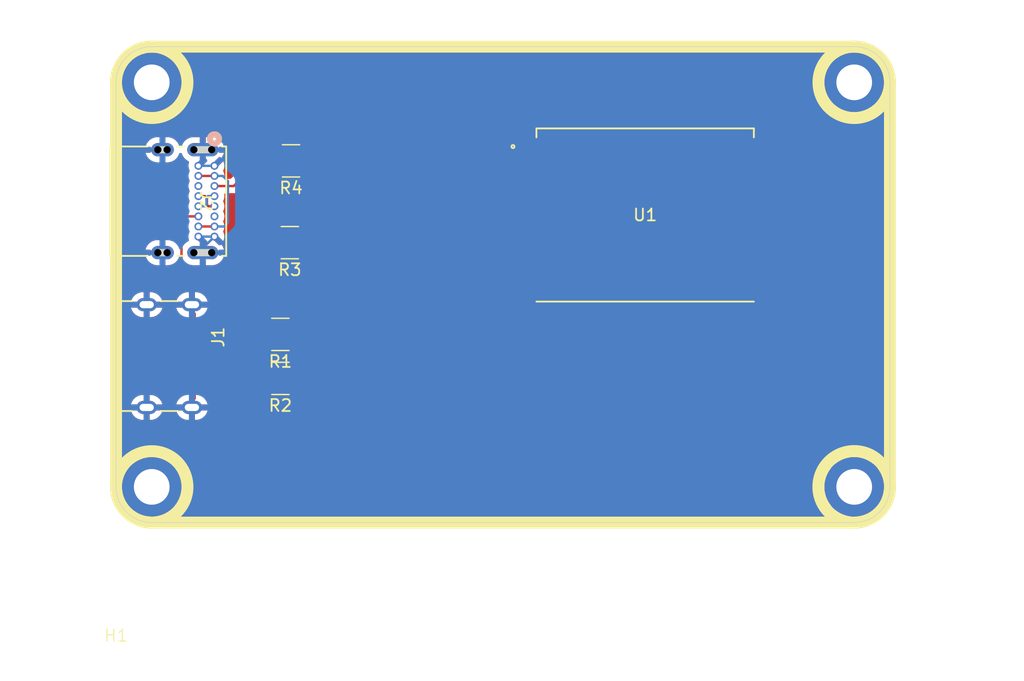
<source format=kicad_pcb>
(kicad_pcb (version 20240108) (generator "pcbnew") (generator_version "8.0")
  (layers (0 "F.Cu" signal) (31 "B.Cu" signal) (34 "B.Paste" user) (35 "F.Paste" user) (36 "B.SilkS" user "B.Silkscreen") (37 "F.SilkS" user "F.Silkscreen") (38 "B.Mask" user) (39 "F.Mask" user) (44 "Edge.Cuts" user))
  (net 0 "")
  (net 1 "VBUS")
  (net 19 "GND")
  (net 20 "+3V3")
  (net 21 "Net-(J1-CC1)")
  (net 22 "Net-(J1-CC2)")
  (net 23 "Net-(J2-CC2)")
  (net 24 "Net-(J2-CC1)")
  (net 25 "/Power Supply Unit/D-")
  (net 26 "/Power Supply Unit/D+")
  (net 27 "Net-(J2-VBUS-PadA4)")
  (footprint "Alexander Footprint Library:Board_65-40" (layer "F.Cu") (at 76.5 98.2)
    (property "Reference" "H1" (at 0 -0.5 0) (layer "F.SilkS") (effects (font (thickness 0.1))))
    (property "Value" "Project_Box_Board_65x40")
    (fp_line (start 0 -47) (end 0 -13) (stroke (width 1)) (layer "F.SilkS"))
    (fp_line (start 3 -50) (end 62 -50) (stroke (width 1)) (layer "F.SilkS"))
    (fp_line (start 3 -10) (end 62 -10) (stroke (width 1)) (layer "F.SilkS"))
    (fp_line (start 65 -47) (end 65 -13) (stroke (width 1)) (layer "F.SilkS"))
    (fp_arc (start 0 -47) (mid 0.87868 -49.12132) (end 3 -50) (stroke (width 1)) (layer "F.SilkS"))
    (fp_arc (start 3 -10) (mid 0.87868 -10.87868) (end 0 -13) (stroke (width 1)) (layer "F.SilkS"))
    (fp_arc (start 62 -50) (mid 64.12132 -49.12132) (end 65 -47) (stroke (width 1)) (layer "F.SilkS"))
    (fp_arc (start 65 -13) (mid 64.12132 -10.87868) (end 62 -10) (stroke (width 1)) (layer "F.SilkS"))
    (fp_circle (center 2.999999 -13) (end 6 -13) (stroke (width 1)) (fill none) (layer "F.SilkS"))
    (fp_circle (center 3 -47) (end 6 -47) (stroke (width 1)) (fill none) (layer "F.SilkS"))
    (fp_circle (center 62 -47) (end 62 -50) (stroke (width 0.1)) (fill none) (layer "F.SilkS"))
    (fp_circle (center 62 -47) (end 65 -47) (stroke (width 1)) (fill none) (layer "F.SilkS"))
    (fp_circle (center 62 -13) (end 62.25 -16) (stroke (width 0.1)) (fill none) (layer "F.SilkS"))
    (fp_circle (center 62 -13) (end 65.010398 -13) (stroke (width 1)) (fill none) (layer "F.SilkS"))
    (fp_line (start 0 -13) (end 0 -47) (stroke (width 0.05)) (layer "Edge.Cuts"))
    (fp_line (start 3 -50) (end 62 -50) (stroke (width 0.05)) (layer "Edge.Cuts"))
    (fp_line (start 62 -10) (end 3 -10) (stroke (width 0.05)) (layer "Edge.Cuts"))
    (fp_line (start 65 -47) (end 65 -13) (stroke (width 0.05)) (layer "Edge.Cuts"))
    (fp_arc (start 0 -47) (mid 0.87868 -49.12132) (end 3 -50) (stroke (width 0.05)) (layer "Edge.Cuts"))
    (fp_arc (start 3 -10) (mid 0.87868 -10.87868) (end 0 -13) (stroke (width 0.05)) (layer "Edge.Cuts"))
    (fp_arc (start 62 -50) (mid 64.12132 -49.12132) (end 65 -47) (stroke (width 0.05)) (layer "Edge.Cuts"))
    (fp_arc (start 65 -13) (mid 64.12132 -10.87868) (end 62 -10) (stroke (width 0.05)) (layer "Edge.Cuts"))
    (fp_circle (center 3 -47) (end 4 -48) (stroke (width 0.05)) (fill none) (layer "Edge.Cuts"))
    (fp_circle (center 3 -13) (end 4 -14) (stroke (width 0.05)) (fill none) (layer "Edge.Cuts"))
    (fp_circle (center 62 -47) (end 63 -48) (stroke (width 0.05)) (fill none) (layer "Edge.Cuts"))
    (fp_circle (center 62 -13) (end 63 -14) (stroke (width 0.05)) (fill none) (layer "Edge.Cuts"))
    (pad "1" thru_hole circle (at 3 -47) (size 5 5) (drill 3) (layers "*.Cu" "*.Mask") (net 19 "GND"))
    (pad "2" thru_hole circle (at 3 -13) (size 5 5) (drill 3) (layers "*.Cu" "*.Mask") (net 19 "GND"))
    (pad "3" thru_hole circle (at 62 -13) (size 5 5) (drill 3) (layers "*.Cu" "*.Mask") (net 19 "GND"))
    (pad "4" thru_hole circle (at 62 -47) (size 5 5) (drill 3) (layers "*.Cu" "*.Mask") (net 19 "GND"))
  )
  (footprint "Alexander Footprint Library:ESP32-C3-WROOM-02U_EXP" (layer "F.Cu") (at 120.94 62.35)
    (property "Reference" "U1" (at 0 0 0) (layer "F.SilkS"))
    (property "Value" "ESP32-C3-WROOM-02U-N4")
    (fp_line (start -9.1313 -7.2771) (end 9.1313 -7.2771) (stroke (width 0.1524)) (layer "F.SilkS"))
    (fp_line (start -9.1313 -6.527238) (end -9.1313 -7.2771) (stroke (width 0.1524)) (layer "F.SilkS"))
    (fp_line (start 9.1313 -7.2771) (end 9.1313 -6.527241) (stroke (width 0.1524)) (layer "F.SilkS"))
    (fp_line (start 9.1313 7.2771) (end -9.1313 7.2771) (stroke (width 0.1524)) (layer "F.SilkS"))
    (fp_circle (center -11.1002 -5.749999) (end -10.9732 -5.749999) (stroke (width 0.1524)) (fill none) (layer "F.SilkS"))
    (pad "1" smd rect (at -8.75 -5.749998) (size 1.4986 0.889) (layers "F.Cu" "F.Paste" "F.Mask") (net 20 "+3V3"))
    (pad "2" smd rect (at -8.75 -4.249999) (size 1.4986 0.889) (layers "F.Cu" "F.Paste" "F.Mask"))
    (pad "3" smd rect (at -8.75 -2.749999) (size 1.4986 0.889) (layers "F.Cu" "F.Paste" "F.Mask"))
    (pad "4" smd rect (at -8.75 -1.25) (size 1.4986 0.889) (layers "F.Cu" "F.Paste" "F.Mask"))
    (pad "5" smd rect (at -8.75 0.25) (size 1.4986 0.889) (layers "F.Cu" "F.Paste" "F.Mask"))
    (pad "6" smd rect (at -8.75 1.75) (size 1.4986 0.889) (layers "F.Cu" "F.Paste" "F.Mask"))
    (pad "7" smd rect (at -8.75 3.250002) (size 1.4986 0.889) (layers "F.Cu" "F.Paste" "F.Mask"))
    (pad "8" smd rect (at -8.75 4.750001) (size 1.4986 0.889) (layers "F.Cu" "F.Paste" "F.Mask"))
    (pad "9" smd rect (at -8.75 6.250001) (size 1.4986 0.889) (layers "F.Cu" "F.Paste" "F.Mask"))
    (pad "10" smd rect (at 8.75 6.249998) (size 1.4986 0.889) (layers "F.Cu" "F.Paste" "F.Mask"))
    (pad "11" smd rect (at 8.75 4.749999) (size 1.4986 0.889) (layers "F.Cu" "F.Paste" "F.Mask"))
    (pad "12" smd rect (at 8.75 3.249999) (size 1.4986 0.889) (layers "F.Cu" "F.Paste" "F.Mask"))
    (pad "13" smd rect (at 8.75 1.75) (size 1.4986 0.889) (layers "F.Cu" "F.Paste" "F.Mask"))
    (pad "14" smd rect (at 8.75 0.25) (size 1.4986 0.889) (layers "F.Cu" "F.Paste" "F.Mask"))
    (pad "15" smd rect (at 8.75 -1.25) (size 1.4986 0.889) (layers "F.Cu" "F.Paste" "F.Mask"))
    (pad "16" smd rect (at 8.75 -2.750002) (size 1.4986 0.889) (layers "F.Cu" "F.Paste" "F.Mask"))
    (pad "17" smd rect (at 8.75 -4.250001) (size 1.4986 0.889) (layers "F.Cu" "F.Paste" "F.Mask"))
    (pad "18" smd rect (at 8.75 -5.750001) (size 1.4986 0.889) (layers "F.Cu" "F.Paste" "F.Mask"))
    (pad "19" smd rect (at 0.96 0.45) (size 0.7112 0.7112) (layers "F.Cu" "F.Paste" "F.Mask") (net 19 "GND"))
    (pad "20" smd rect (at -0.14 -0.65) (size 0.7112 0.7112) (layers "F.Cu" "F.Paste" "F.Mask") (net 19 "GND"))
    (pad "21" smd rect (at -0.14 0.45) (size 0.7112 0.7112) (layers "F.Cu" "F.Paste" "F.Mask") (net 19 "GND"))
    (pad "22" smd rect (at -0.14 1.55) (size 0.7112 0.7112) (layers "F.Cu" "F.Paste" "F.Mask") (net 19 "GND"))
    (pad "23" smd rect (at 0.96 1.55) (size 0.7112 0.7112) (layers "F.Cu" "F.Paste" "F.Mask") (net 19 "GND"))
    (pad "24" smd rect (at 2.06 1.55) (size 0.7112 0.7112) (layers "F.Cu" "F.Paste" "F.Mask") (net 19 "GND"))
    (pad "25" smd rect (at 2.06 0.45) (size 0.7112 0.7112) (layers "F.Cu" "F.Paste" "F.Mask") (net 19 "GND"))
    (pad "26" smd rect (at 2.06 -0.65) (size 0.7112 0.7112) (layers "F.Cu" "F.Paste" "F.Mask") (net 19 "GND"))
    (pad "27" smd rect (at 0.96 -0.65) (size 0.7112 0.7112) (layers "F.Cu" "F.Paste" "F.Mask") (net 19 "GND"))
  )
  (footprint "Resistor_SMD:R_1210_3225Metric_Pad1.30x2.65mm_HandSolder" (layer "F.Cu") (at 90.305 72.385 180)
    (property "Reference" "R1" (at 0 -2.28 0) (layer "F.SilkS"))
    (property "Value" "R")
    (fp_line (start -0.723737 1.355) (end 0.723737 1.355) (stroke (width 0.12)) (layer "F.SilkS"))
    (fp_line (start -0.723737 -1.355) (end 0.723737 -1.355) (stroke (width 0.12)) (layer "F.SilkS"))
    (pad "1" smd roundrect (at -1.55 0 180) (size 1.3 2.65) (layers "F.Cu" "F.Paste" "F.Mask") (roundrect_rratio 0.192308) (net 19 "GND"))
    (pad "2" smd roundrect (at 1.55 0 180) (size 1.3 2.65) (layers "F.Cu" "F.Paste" "F.Mask") (roundrect_rratio 0.192308) (net 22 "Net-(J1-CC2)"))
  )
  (footprint "Alexander Footprint Library:USB-C MOLEX 2171750001" (layer "F.Cu") (at 76.475 74.205 -90)
    (property "Reference" "J1" (at -1.5875 -8.605 90) (layer "F.SilkS"))
    (property "Value" "USB-C_Receptacle_PowerOnly_6P_MOLEX-2171750001" (hide yes))
    (fp_line (start -4.62 -0.15) (end -4.62 -1.4) (stroke (width 0.15)) (layer "F.SilkS"))
    (fp_line (start 4.62 -0.15) (end 4.62 -1.4) (stroke (width 0.15)) (layer "F.SilkS"))
    (fp_line (start -4.62 -3.75) (end -4.62 -5.2) (stroke (width 0.15)) (layer "F.SilkS"))
    (fp_line (start 4.62 -3.75) (end 4.62 -5.2) (stroke (width 0.15)) (layer "F.SilkS"))
    (pad "A5" smd rect (at -0.5 -6.48 270) (size 0.7 1.2) (layers "F.Cu" "F.Paste") (net 21 "Net-(J1-CC1)"))
    (pad "A9" smd rect (at 1.52 -6.48 270) (size 0.76 1.2) (layers "F.Cu" "F.Paste") (net 1 "VBUS"))
    (pad "A12" smd rect (at 2.75 -6.48 270) (size 0.8 1.2) (layers "F.Cu" "F.Paste") (net 19 "GND"))
    (pad "B5" smd rect (at 0.5 -6.48 270) (size 0.7 1.2) (layers "F.Cu" "F.Paste") (net 22 "Net-(J1-CC2)"))
    (pad "B9" smd rect (at -1.52 -6.48 270) (size 0.76 1.2) (layers "F.Cu" "F.Paste") (net 1 "VBUS"))
    (pad "B12" smd rect (at -2.75 -6.48 270) (size 0.8 1.2) (layers "F.Cu" "F.Paste") (net 19 "GND"))
    (pad "S1" thru_hole oval (at -4.32 -2.6 270) (size 1.1 1.7) (drill oval 0.6 1.2) (layers "*.Cu" "*.Mask") (net 19 "GND"))
    (pad "S2" thru_hole oval (at 4.32 -2.6 270) (size 1.1 1.7) (drill oval 0.6 1.2) (layers "*.Cu" "*.Mask") (net 19 "GND"))
    (pad "S3" thru_hole oval (at -4.32 -6.4 270) (size 1.1 1.7) (drill oval 0.6 1.2) (layers "*.Cu" "*.Mask") (net 19 "GND"))
    (pad "S4" thru_hole oval (at 4.32 -6.4 270) (size 1.1 1.7) (drill oval 0.6 1.2) (layers "*.Cu" "*.Mask") (net 19 "GND"))
  )
  (footprint "Resistor_SMD:R_1210_3225Metric_Pad1.30x2.65mm_HandSolder" (layer "F.Cu") (at 91.2 57.8 180)
    (property "Reference" "R4" (at 0 -2.28 0) (layer "F.SilkS"))
    (property "Value" "R")
    (fp_line (start -0.723737 1.355) (end 0.723737 1.355) (stroke (width 0.12)) (layer "F.SilkS"))
    (fp_line (start -0.723737 -1.355) (end 0.723737 -1.355) (stroke (width 0.12)) (layer "F.SilkS"))
    (pad "1" smd roundrect (at -1.55 0 180) (size 1.3 2.65) (layers "F.Cu" "F.Paste" "F.Mask") (roundrect_rratio 0.192308) (net 19 "GND"))
    (pad "2" smd roundrect (at 1.55 0 180) (size 1.3 2.65) (layers "F.Cu" "F.Paste" "F.Mask") (roundrect_rratio 0.192308) (net 24 "Net-(J2-CC1)"))
  )
  (footprint "Resistor_SMD:R_1210_3225Metric_Pad1.30x2.65mm_HandSolder" (layer "F.Cu") (at 90.305 76.085 180)
    (property "Reference" "R2" (at 0 -2.28 0) (layer "F.SilkS"))
    (property "Value" "R")
    (fp_line (start -0.723737 1.355) (end 0.723737 1.355) (stroke (width 0.12)) (layer "F.SilkS"))
    (fp_line (start -0.723737 -1.355) (end 0.723737 -1.355) (stroke (width 0.12)) (layer "F.SilkS"))
    (pad "1" smd roundrect (at -1.55 0 180) (size 1.3 2.65) (layers "F.Cu" "F.Paste" "F.Mask") (roundrect_rratio 0.192308) (net 19 "GND"))
    (pad "2" smd roundrect (at 1.55 0 180) (size 1.3 2.65) (layers "F.Cu" "F.Paste" "F.Mask") (roundrect_rratio 0.192308) (net 21 "Net-(J1-CC1)"))
  )
  (footprint "Resistor_SMD:R_1210_3225Metric_Pad1.30x2.65mm_HandSolder" (layer "F.Cu") (at 91.1 64.672957 180)
    (property "Reference" "R3" (at 0 -2.28 0) (layer "F.SilkS"))
    (property "Value" "R")
    (fp_line (start -0.723737 1.355) (end 0.723737 1.355) (stroke (width 0.12)) (layer "F.SilkS"))
    (fp_line (start -0.723737 -1.355) (end 0.723737 -1.355) (stroke (width 0.12)) (layer "F.SilkS"))
    (pad "1" smd roundrect (at -1.55 0 180) (size 1.3 2.65) (layers "F.Cu" "F.Paste" "F.Mask") (roundrect_rratio 0.192308) (net 19 "GND"))
    (pad "2" smd roundrect (at 1.55 0 180) (size 1.3 2.65) (layers "F.Cu" "F.Paste" "F.Mask") (roundrect_rratio 0.192308) (net 23 "Net-(J2-CC2)"))
  )
  (footprint "Alexander Footprint Library:USB-C GCT CONN16_USB4085-GF-A" (layer "F.Cu") (at 84.767566 58.214444 -90)
    (property "Reference" "J2" (at 2.975 0.675 -90) (layer "F.SilkS"))
    (property "Value" "USB-C_Receptacle_Data_16P_GCT-USB4085")
    (fp_circle (center -2.2574 0) (end -1.8764 0) (stroke (width 0.508)) (fill none) (layer "B.SilkS"))
    (fp_line (start -1.6224 8.741199) (end 7.5724 8.741199) (stroke (width 0.1524)) (layer "F.SilkS"))
    (fp_line (start 7.5724 8.741199) (end 7.5724 5.607602) (stroke (width 0.1524)) (layer "F.SilkS"))
    (fp_line (start -1.6224 5.607602) (end -1.6224 8.741199) (stroke (width 0.1524)) (layer "F.SilkS"))
    (fp_line (start 7.5724 3.122399) (end 7.5724 2.578201) (stroke (width 0.1524)) (layer "F.SilkS"))
    (fp_line (start -1.6224 2.578207) (end -1.6224 3.122399) (stroke (width 0.1524)) (layer "F.SilkS"))
    (fp_line (start 7.5724 -0.618202) (end 7.5724 -0.987) (stroke (width 0.1524)) (layer "F.SilkS"))
    (fp_line (start -1.6224 -0.987) (end -1.6224 -0.618206) (stroke (width 0.1524)) (layer "F.SilkS"))
    (fp_line (start 7.5724 -0.987) (end -1.6224 -0.987) (stroke (width 0.1524)) (layer "F.SilkS"))
    (fp_arc (start -2.41934 0.344872) (mid -2.625765 -0.097305) (end -2.2279 -0.379856) (stroke (width 0.508)) (layer "F.SilkS"))
    (fp_line (start -1.349985 4.7587) (end -1.349985 3.9713) (stroke (width 0.6096)) (layer "Edge.Cuts"))
    (fp_line (start 7.299985 4.7587) (end 7.299985 3.9713) (stroke (width 0.6096)) (layer "Edge.Cuts"))
    (fp_line (start -1.35 1.729301) (end -1.35 0.230701) (stroke (width 0.6096)) (layer "Edge.Cuts"))
    (fp_line (start 7.299985 1.7293) (end 7.299985 0.2307) (stroke (width 0.6096)) (layer "Edge.Cuts"))
    (pad "" np_thru_hole circle (at -1.35 0.230701 270) (size 0.6096 0.6096) (drill 0.6096) (layers))
    (pad "" np_thru_hole circle (at -1.35 1.729301 270) (size 0.6096 0.6096) (drill 0.6096) (layers))
    (pad "" np_thru_hole circle (at -1.349985 3.9713 270) (size 0.6096 0.6096) (drill 0.6096) (layers))
    (pad "" np_thru_hole circle (at -1.349985 4.7587 270) (size 0.6096 0.6096) (drill 0.6096) (layers))
    (pad "" np_thru_hole circle (at 7.299985 0.2307 270) (size 0.6096 0.6096) (drill 0.6096) (layers))
    (pad "" np_thru_hole circle (at 7.299985 1.7293 270) (size 0.6096 0.6096) (drill 0.6096) (layers))
    (pad "" np_thru_hole circle (at 7.299985 3.9713 270) (size 0.6096 0.6096) (drill 0.6096) (layers))
    (pad "" np_thru_hole circle (at 7.299985 4.7587 270) (size 0.6096 0.6096) (drill 0.6096) (layers))
    (pad "A1" thru_hole circle (at 0 0 270) (size 0.6604 0.6604) (drill 0.4064) (layers "*.Cu" "*.Mask") (net 19 "GND"))
    (pad "A4" thru_hole circle (at 0.850001 0 270) (size 0.6604 0.6604) (drill 0.4064) (layers "*.Cu" "*.Mask") (net 27 "Net-(J2-VBUS-PadA4)"))
    (pad "A5" thru_hole circle (at 1.699999 0 270) (size 0.6604 0.6604) (drill 0.4064) (layers "*.Cu" "*.Mask") (net 24 "Net-(J2-CC1)"))
    (pad "A6" thru_hole circle (at 2.55 0 270) (size 0.6604 0.6604) (drill 0.4064) (layers "*.Cu" "*.Mask") (net 26 "/Power Supply Unit/D+"))
    (pad "A7" thru_hole circle (at 3.400001 0 270) (size 0.6604 0.6604) (drill 0.4064) (layers "*.Cu" "*.Mask") (net 25 "/Power Supply Unit/D-"))
    (pad "A8" thru_hole circle (at 4.250002 0 270) (size 0.6604 0.6604) (drill 0.4064) (layers "*.Cu" "*.Mask"))
    (pad "A9" thru_hole circle (at 5.1 0 270) (size 0.6604 0.6604) (drill 0.4064) (layers "*.Cu" "*.Mask") (net 27 "Net-(J2-VBUS-PadA4)"))
    (pad "A12" thru_hole circle (at 5.950001 0 270) (size 0.6604 0.6604) (drill 0.4064) (layers "*.Cu" "*.Mask") (net 19 "GND"))
    (pad "B1" thru_hole circle (at 5.950001 1.35 270) (size 0.6604 0.6604) (drill 0.4064) (layers "*.Cu" "*.Mask") (net 19 "GND"))
    (pad "B4" thru_hole circle (at 5.1 1.35 270) (size 0.6604 0.6604) (drill 0.4064) (layers "*.Cu" "*.Mask") (net 27 "Net-(J2-VBUS-PadA4)"))
    (pad "B5" thru_hole circle (at 4.250002 1.35 270) (size 0.6604 0.6604) (drill 0.4064) (layers "*.Cu" "*.Mask") (net 23 "Net-(J2-CC2)"))
    (pad "B6" thru_hole circle (at 3.400001 1.35 270) (size 0.6604 0.6604) (drill 0.4064) (layers "*.Cu" "*.Mask") (net 26 "/Power Supply Unit/D+"))
    (pad "B7" thru_hole circle (at 2.55 1.35 270) (size 0.6604 0.6604) (drill 0.4064) (layers "*.Cu" "*.Mask") (net 25 "/Power Supply Unit/D-"))
    (pad "B8" thru_hole circle (at 1.699999 1.35 270) (size 0.6604 0.6604) (drill 0.4064) (layers "*.Cu" "*.Mask"))
    (pad "B9" thru_hole circle (at 0.850001 1.35 270) (size 0.6604 0.6604) (drill 0.4064) (layers "*.Cu" "*.Mask") (net 27 "Net-(J2-VBUS-PadA4)"))
    (pad "B12" thru_hole circle (at 0 1.35 270) (size 0.6604 0.6604) (drill 0.4064) (layers "*.Cu" "*.Mask") (net 19 "GND"))
    (pad "S1" thru_hole oval (at -1.349985 4.365) (size 1.905 1.1176) (drill 0.0254) (layers "*.Cu" "*.Mask") (net 19 "GND"))
    (pad "S2" thru_hole oval (at 7.299985 4.365) (size 1.905 1.1176) (drill 0.0254) (layers "*.Cu" "*.Mask") (net 19 "GND"))
    (pad "S3" thru_hole oval (at -1.35 0.980001) (size 2.6162 1.1176) (drill 0.0254) (layers "*.Cu" "*.Mask") (net 19 "GND"))
    (pad "S4" thru_hole oval (at 7.299985 0.98) (size 2.6162 1.1176) (drill 0.0254) (layers "*.Cu" "*.Mask") (net 19 "GND"))
  )
  (segment (start 81.255 72.935) (end 81.255 75.485) (width 0.2) (layer "F.Cu") (net 1))
  (segment (start 81.505 72.685) (end 81.255 72.935) (width 0.2) (layer "F.Cu") (net 1))
  (segment (start 81.495 75.725) (end 82.935 75.725) (width 0.2) (layer "F.Cu") (net 1))
  (segment (start 82.935 72.685) (end 81.505 72.685) (width 0.2) (layer "F.Cu") (net 1))
  (segment (start 81.255 75.485) (end 81.495 75.725) (width 0.2) (layer "F.Cu") (net 1))
  (segment (start 84.767566 64.164445) (end 84.017582 64.914429) (width 0.2) (layer "B.Cu") (net 19))
  (segment (start 83.417566 64.164445) (end 84.767566 64.164445) (width 0.2) (layer "B.Cu") (net 19))
  (segment (start 83.787565 57.844445) (end 83.787565 57.464444) (width 0.2) (layer "B.Cu") (net 19))
  (segment (start 84.767566 58.214444) (end 83.417566 58.214444) (width 0.2) (layer "B.Cu") (net 19))
  (segment (start 84.017582 64.914429) (end 83.787566 64.914429) (width 0.2) (layer "B.Cu") (net 19))
  (segment (start 83.417566 58.214444) (end 83.787565 57.844445) (width 0.2) (layer "B.Cu") (net 19))
  (segment (start 85.425 74.705) (end 86.805 76.085) (width 0.2) (layer "F.Cu") (net 21))
  (segment (start 82.935 74.705) (end 85.425 74.705) (width 0.2) (layer "F.Cu") (net 21))
  (segment (start 86.805 76.085) (end 88.755 76.085) (width 0.2) (layer "F.Cu") (net 21))
  (segment (start 86.655 72.385) (end 88.755 72.385) (width 0.2) (layer "F.Cu") (net 22))
  (segment (start 85.335 73.705) (end 86.655 72.385) (width 0.2) (layer "F.Cu") (net 22))
  (segment (start 82.935 73.705) (end 85.335 73.705) (width 0.2) (layer "F.Cu") (net 22))
  (segment (start 82.535554 62.464446) (end 82 63) (width 0.2) (layer "F.Cu") (net 23))
  (segment (start 82 63) (end 82 67.2) (width 0.2) (layer "F.Cu") (net 23))
  (segment (start 82 67.2) (end 82.5 67.7) (width 0.2) (layer "F.Cu") (net 23))
  (segment (start 89.55 64.672957) (end 89.55 67.25) (width 0.2) (layer "F.Cu") (net 23))
  (segment (start 83.417566 62.464446) (end 82.535554 62.464446) (width 0.2) (layer "F.Cu") (net 23))
  (segment (start 89.55 67.25) (end 89.1 67.7) (width 0.2) (layer "F.Cu") (net 23))
  (segment (start 89.1 67.7) (end 82.5 67.7) (width 0.2) (layer "F.Cu") (net 23))
  (segment (start 86.385557 59.914443) (end 88.5 57.8) (width 0.2) (layer "F.Cu") (net 24))
  (segment (start 84.767566 59.914443) (end 86.385557 59.914443) (width 0.2) (layer "F.Cu") (net 24))
  (segment (start 88.5 57.8) (end 89.65 57.8) (width 0.2) (layer "F.Cu") (net 24))
  (segment (start 83.964444 60.764444) (end 84.137366 60.937366) (width 0.2) (layer "F.Cu") (net 25))
  (segment (start 84.137366 61.5) (end 84.251811 61.614445) (width 0.2) (layer "F.Cu") (net 25))
  (segment (start 84.251811 61.614445) (end 84.767566 61.614445) (width 0.2) (layer "F.Cu") (net 25))
  (segment (start 84.137366 60.937366) (end 84.137366 61.5) (width 0.2) (layer "F.Cu") (net 25))
  (segment (start 83.417566 60.764444) (end 83.964444 60.764444) (width 0.2) (layer "F.Cu") (net 25))
  (segment (start 83.417566 61.614445) (end 83.985555 61.614445) (width 0.2) (layer "B.Cu") (net 26))
  (segment (start 84.1 60.9) (end 84.235556 60.764444) (width 0.2) (layer "B.Cu") (net 26))
  (segment (start 83.985555 61.614445) (end 84.1 61.5) (width 0.2) (layer "B.Cu") (net 26))
  (segment (start 84.235556 60.764444) (end 84.767566 60.764444) (width 0.2) (layer "B.Cu") (net 26))
  (segment (start 84.1 61.5) (end 84.1 60.9) (width 0.2) (layer "B.Cu") (net 26))
  (segment (start 83.417566 63.314444) (end 84.767566 63.314444) (width 0.2) (layer "F.Cu") (net 27))
  (segment (start 83.417566 59.064445) (end 84.767566 59.064445) (width 0.2) (layer "F.Cu") (net 27))
  (segment (start 85.464445 59.064445) (end 84.767566 59.064445) (width 0.2) (layer "B.Cu") (net 27))
  (segment (start 85.585556 63.314444) (end 85.9 63) (width 0.2) (layer "B.Cu") (net 27))
  (segment (start 84.767566 63.314444) (end 85.585556 63.314444) (width 0.2) (layer "B.Cu") (net 27))
  (segment (start 85.9 59.5) (end 85.464445 59.064445) (width 0.2) (layer "B.Cu") (net 27))
  (segment (start 85.9 63) (end 85.9 59.5) (width 0.2) (layer "B.Cu") (net 27))
  (zone (net 19) (net_name "GND") (layer "F.Cu") (connect_pads (clearance 0.5)) (min_thickness 0.25) (fill yes (thermal_gap 0.5) (thermal_bridge_width 0.5))
    (polygon (pts (xy 75.3 46.8) (xy 143.9 46.8) (xy 143.9 90) (xy 74.7 89.8)))
  )
  (zone (net 19) (net_name "GND") (layer "B.Cu") (priority 1) (connect_pads (clearance 0.5)) (min_thickness 0.25) (fill yes (thermal_gap 0.5) (thermal_bridge_width 0.5))
    (polygon (pts (xy 75.3 46.5) (xy 144.3 46.5) (xy 144.1 90.3) (xy 74.2 90.1)))
  )
)
</source>
